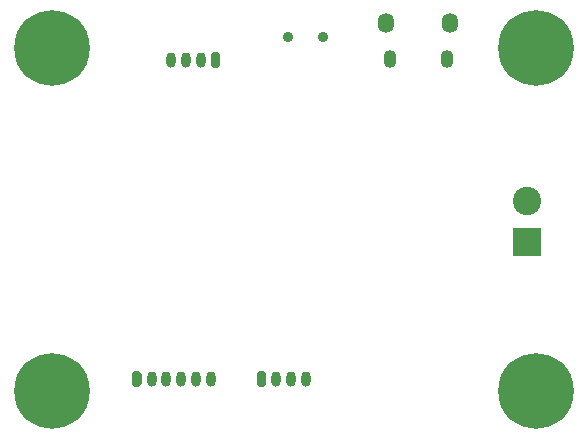
<source format=gbr>
%TF.GenerationSoftware,KiCad,Pcbnew,(5.1.10)-1*%
%TF.CreationDate,2021-06-24T16:14:03-07:00*%
%TF.ProjectId,stm32l476rg,73746d33-326c-4343-9736-72672e6b6963,rev?*%
%TF.SameCoordinates,Original*%
%TF.FileFunction,Soldermask,Bot*%
%TF.FilePolarity,Negative*%
%FSLAX46Y46*%
G04 Gerber Fmt 4.6, Leading zero omitted, Abs format (unit mm)*
G04 Created by KiCad (PCBNEW (5.1.10)-1) date 2021-06-24 16:14:03*
%MOMM*%
%LPD*%
G01*
G04 APERTURE LIST*
%ADD10O,1.100000X1.500000*%
%ADD11O,1.350000X1.700000*%
%ADD12C,0.800000*%
%ADD13C,6.400000*%
%ADD14O,0.800000X1.300000*%
%ADD15R,2.400000X2.400000*%
%ADD16C,2.400000*%
%ADD17C,0.900000*%
G04 APERTURE END LIST*
D10*
%TO.C,J5*%
X142445000Y-108885000D03*
X137605000Y-108885000D03*
D11*
X142755000Y-105885000D03*
X137295000Y-105885000D03*
%TD*%
D12*
%TO.C,H1*%
X110697056Y-106302944D03*
X109000000Y-105600000D03*
X107302944Y-106302944D03*
X106600000Y-108000000D03*
X107302944Y-109697056D03*
X109000000Y-110400000D03*
X110697056Y-109697056D03*
X111400000Y-108000000D03*
D13*
X109000000Y-108000000D03*
%TD*%
D12*
%TO.C,H2*%
X151697056Y-106302944D03*
X150000000Y-105600000D03*
X148302944Y-106302944D03*
X147600000Y-108000000D03*
X148302944Y-109697056D03*
X150000000Y-110400000D03*
X151697056Y-109697056D03*
X152400000Y-108000000D03*
D13*
X150000000Y-108000000D03*
%TD*%
%TO.C,H3*%
X109000000Y-137000000D03*
D12*
X111400000Y-137000000D03*
X110697056Y-138697056D03*
X109000000Y-139400000D03*
X107302944Y-138697056D03*
X106600000Y-137000000D03*
X107302944Y-135302944D03*
X109000000Y-134600000D03*
X110697056Y-135302944D03*
%TD*%
%TO.C,H4*%
X151697056Y-135302944D03*
X150000000Y-134600000D03*
X148302944Y-135302944D03*
X147600000Y-137000000D03*
X148302944Y-138697056D03*
X150000000Y-139400000D03*
X151697056Y-138697056D03*
X152400000Y-137000000D03*
D13*
X150000000Y-137000000D03*
%TD*%
D14*
%TO.C,J1*%
X130500000Y-136000000D03*
X129250000Y-136000000D03*
X128000000Y-136000000D03*
G36*
G01*
X126350000Y-136450000D02*
X126350000Y-135550000D01*
G75*
G02*
X126550000Y-135350000I200000J0D01*
G01*
X126950000Y-135350000D01*
G75*
G02*
X127150000Y-135550000I0J-200000D01*
G01*
X127150000Y-136450000D01*
G75*
G02*
X126950000Y-136650000I-200000J0D01*
G01*
X126550000Y-136650000D01*
G75*
G02*
X126350000Y-136450000I0J200000D01*
G01*
G37*
%TD*%
%TO.C,J2*%
G36*
G01*
X123275000Y-108550000D02*
X123275000Y-109450000D01*
G75*
G02*
X123075000Y-109650000I-200000J0D01*
G01*
X122675000Y-109650000D01*
G75*
G02*
X122475000Y-109450000I0J200000D01*
G01*
X122475000Y-108550000D01*
G75*
G02*
X122675000Y-108350000I200000J0D01*
G01*
X123075000Y-108350000D01*
G75*
G02*
X123275000Y-108550000I0J-200000D01*
G01*
G37*
X121625000Y-109000000D03*
X120375000Y-109000000D03*
X119125000Y-109000000D03*
%TD*%
%TO.C,J3*%
G36*
G01*
X115800000Y-136450000D02*
X115800000Y-135550000D01*
G75*
G02*
X116000000Y-135350000I200000J0D01*
G01*
X116400000Y-135350000D01*
G75*
G02*
X116600000Y-135550000I0J-200000D01*
G01*
X116600000Y-136450000D01*
G75*
G02*
X116400000Y-136650000I-200000J0D01*
G01*
X116000000Y-136650000D01*
G75*
G02*
X115800000Y-136450000I0J200000D01*
G01*
G37*
X117450000Y-136000000D03*
X118700000Y-136000000D03*
X119950000Y-136000000D03*
X121200000Y-136000000D03*
X122450000Y-136000000D03*
%TD*%
D15*
%TO.C,J6*%
X149250000Y-124400000D03*
D16*
X149250000Y-120900000D03*
%TD*%
D17*
%TO.C,SW1*%
X129000000Y-107070000D03*
X132000000Y-107070000D03*
%TD*%
M02*

</source>
